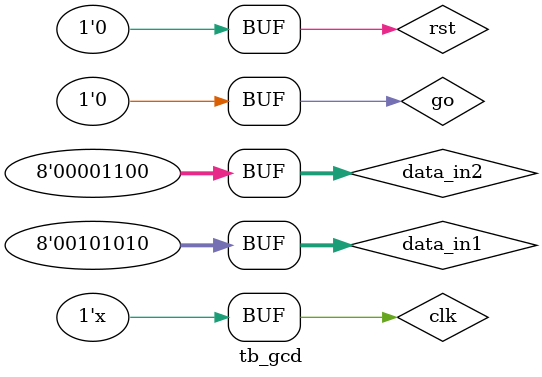
<source format=v>
`timescale 1ns / 1ps

module tb_gcd;

reg clk,rst,go;
reg [7:0] data_in1,data_in2;
wire [7:0] out;
wire done,output_en;
wire [3:0] ps, ns;

top_design uut(clk,rst,go,data_in1,data_in2,out,done,ps,ns,output_en);

initial begin
data_in1=8'd42; data_in2=8'd12;clk=0;
#10;
rst=1;
#20;
rst=0;
#25;
go=1;
#130
go=0;

end



always #55 clk=~clk;   
endmodule

</source>
